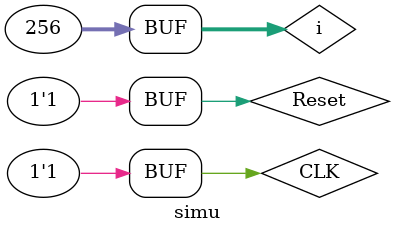
<source format=v>
`timescale 1ns / 1ps
module simu;
    reg CLK=1;
    reg Reset=0;
    reg[31:0] i;
    Top Top_(CLK,Reset,curPC,nextPC,Reg1_addr,ReadData1,Reg2_addr,ReadData2,result,DB);
    initial begin 
    #1 Reset=1;
      for(i=0;i<256;i=i+1)begin
      # 1 CLK=0;
      # 1 CLK=1;
      end
    end
endmodule
</source>
